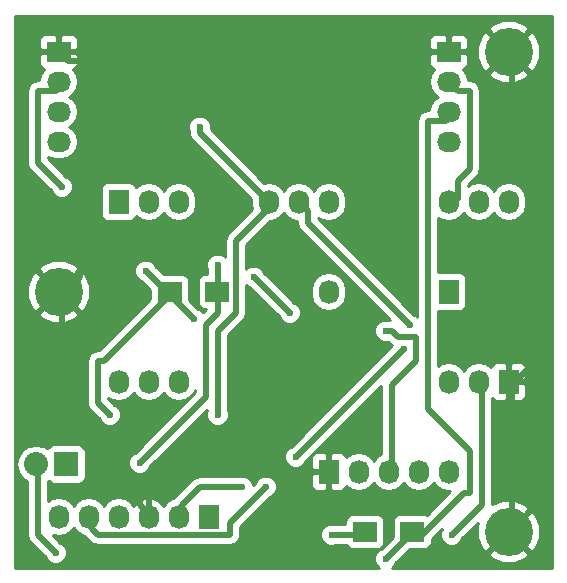
<source format=gtl>
G04 #@! TF.FileFunction,Copper,L1,Top,Signal*
%FSLAX46Y46*%
G04 Gerber Fmt 4.6, Leading zero omitted, Abs format (unit mm)*
G04 Created by KiCad (PCBNEW 4.0.1-stable) date 17/06/2016 16:01:18*
%MOMM*%
G01*
G04 APERTURE LIST*
%ADD10C,0.100000*%
%ADD11R,1.727200X2.032000*%
%ADD12O,1.727200X2.032000*%
%ADD13R,2.032000X1.727200*%
%ADD14O,2.032000X1.727200*%
%ADD15R,2.000000X1.700000*%
%ADD16C,4.064000*%
%ADD17R,2.032000X2.032000*%
%ADD18O,2.032000X2.032000*%
%ADD19C,0.600000*%
%ADD20C,0.500000*%
%ADD21C,0.254000*%
G04 APERTURE END LIST*
D10*
D11*
X43180000Y17145000D03*
D12*
X40640000Y17145000D03*
X38100000Y17145000D03*
X15240000Y17145000D03*
X12700000Y17145000D03*
X10160000Y17145000D03*
D11*
X38100000Y24765000D03*
D12*
X27940000Y24765000D03*
D11*
X10160000Y32385000D03*
D12*
X12700000Y32385000D03*
X15240000Y32385000D03*
X22860000Y32385000D03*
X25400000Y32385000D03*
X27940000Y32385000D03*
X38100000Y32385000D03*
X40640000Y32385000D03*
X43180000Y32385000D03*
D13*
X5080000Y45085000D03*
D14*
X5080000Y42545000D03*
X5080000Y40005000D03*
X5080000Y37465000D03*
D13*
X38100000Y45085000D03*
D14*
X38100000Y42545000D03*
X38100000Y40005000D03*
X38100000Y37465000D03*
D11*
X27940000Y9525000D03*
D12*
X30480000Y9525000D03*
X33020000Y9525000D03*
X35560000Y9525000D03*
X38100000Y9525000D03*
D15*
X14510000Y24765000D03*
X18510000Y24765000D03*
X31020000Y4445000D03*
X35020000Y4445000D03*
D16*
X43180000Y4445000D03*
X5080000Y24765000D03*
D11*
X17780000Y5715000D03*
D12*
X15240000Y5715000D03*
X12700000Y5715000D03*
X10160000Y5715000D03*
X7620000Y5715000D03*
X5080000Y5715000D03*
D16*
X43180000Y45085000D03*
D17*
X5715000Y10160000D03*
D18*
X3175000Y10160000D03*
D19*
X12446000Y26543000D03*
X5334000Y33655000D03*
X20574000Y8255000D03*
X28194000Y4191000D03*
X9398000Y14351000D03*
X16510000Y22479000D03*
X4826000Y2667000D03*
X32766000Y2159000D03*
X11938000Y10287000D03*
X18542000Y27051000D03*
X17018000Y38735000D03*
X18542000Y14351000D03*
X34798000Y21971000D03*
X21590000Y26035000D03*
X24638000Y22987000D03*
X32766000Y21463000D03*
X38354000Y4191000D03*
X34290000Y19939000D03*
X25146000Y10795000D03*
X22606000Y8255000D03*
D20*
X12700000Y5715000D02*
X12954000Y5715000D01*
X12954000Y5715000D02*
X11938000Y6731000D01*
X11938000Y6731000D02*
X11938000Y7239000D01*
X11938000Y7239000D02*
X5334000Y13843000D01*
X5334000Y13843000D02*
X5334000Y24511000D01*
X5334000Y24511000D02*
X5080000Y24765000D01*
X43180000Y17145000D02*
X43942000Y17399000D01*
X43942000Y17399000D02*
X44958000Y18415000D01*
X44958000Y18415000D02*
X44958000Y34163000D01*
X44958000Y34163000D02*
X43434000Y35687000D01*
X43434000Y35687000D02*
X43434000Y44831000D01*
X43434000Y44831000D02*
X43180000Y45085000D01*
X5080000Y24765000D02*
X5842000Y25019000D01*
X5842000Y25019000D02*
X6858000Y26035000D01*
X6858000Y26035000D02*
X6858000Y44323000D01*
X6858000Y44323000D02*
X5842000Y44323000D01*
X5842000Y44323000D02*
X5080000Y45085000D01*
X43180000Y17145000D02*
X43434000Y16891000D01*
X43434000Y16891000D02*
X43434000Y4191000D01*
X43434000Y4191000D02*
X43180000Y4445000D01*
X12700000Y5715000D02*
X12700000Y8636000D01*
X13589000Y9525000D02*
X27940000Y9525000D01*
X12700000Y8636000D02*
X13589000Y9525000D01*
X14510000Y24765000D02*
X14478000Y24511000D01*
X14478000Y24511000D02*
X12446000Y26543000D01*
X5334000Y33655000D02*
X3302000Y35687000D01*
X3302000Y35687000D02*
X3302000Y41783000D01*
X3302000Y41783000D02*
X4826000Y41783000D01*
X4826000Y41783000D02*
X5334000Y42291000D01*
X5334000Y42291000D02*
X5080000Y42545000D01*
X20574000Y8255000D02*
X17018000Y8255000D01*
X17018000Y8255000D02*
X15494000Y6731000D01*
X15494000Y6731000D02*
X15494000Y5715000D01*
X15494000Y5715000D02*
X15240000Y5715000D01*
X28194000Y4191000D02*
X31242000Y4191000D01*
X31242000Y4191000D02*
X31020000Y4445000D01*
X9398000Y14351000D02*
X8382000Y15367000D01*
X8382000Y15367000D02*
X8382000Y18923000D01*
X8382000Y18923000D02*
X8890000Y18923000D01*
X8890000Y18923000D02*
X14478000Y24511000D01*
X14478000Y24511000D02*
X14510000Y24765000D01*
X14510000Y24765000D02*
X14478000Y24511000D01*
X14478000Y24511000D02*
X16510000Y22479000D01*
X38100000Y32385000D02*
X38862000Y32639000D01*
X38862000Y32639000D02*
X38862000Y34163000D01*
X38862000Y34163000D02*
X39878000Y35179000D01*
X39878000Y35179000D02*
X39878000Y41783000D01*
X39878000Y41783000D02*
X38862000Y41783000D01*
X38862000Y41783000D02*
X38100000Y42545000D01*
X3175000Y10160000D02*
X3302000Y10287000D01*
X3302000Y10287000D02*
X3302000Y4191000D01*
X3302000Y4191000D02*
X4826000Y2667000D01*
X32766000Y2159000D02*
X34798000Y4191000D01*
X34798000Y4191000D02*
X35020000Y4445000D01*
X35020000Y4445000D02*
X34798000Y4191000D01*
X34798000Y4191000D02*
X35814000Y4191000D01*
X35814000Y4191000D02*
X39370000Y7747000D01*
X39370000Y7747000D02*
X39878000Y7747000D01*
X39878000Y7747000D02*
X39878000Y11303000D01*
X39878000Y11303000D02*
X36322000Y14859000D01*
X36322000Y14859000D02*
X36322000Y39243000D01*
X36322000Y39243000D02*
X37846000Y39243000D01*
X37846000Y39243000D02*
X38354000Y39751000D01*
X38354000Y39751000D02*
X38100000Y40005000D01*
X11938000Y10287000D02*
X17526000Y15875000D01*
X17526000Y15875000D02*
X17526000Y21971000D01*
X17526000Y21971000D02*
X18542000Y22987000D01*
X18542000Y22987000D02*
X18542000Y24511000D01*
X18542000Y24511000D02*
X18510000Y24765000D01*
X18510000Y24765000D02*
X18542000Y24511000D01*
X18542000Y24511000D02*
X18542000Y27051000D01*
X22860000Y32385000D02*
X17018000Y38227000D01*
X17018000Y38227000D02*
X17018000Y38735000D01*
X22860000Y32385000D02*
X22606000Y31623000D01*
X22606000Y31623000D02*
X20066000Y29083000D01*
X20066000Y29083000D02*
X20066000Y22987000D01*
X20066000Y22987000D02*
X18542000Y21463000D01*
X18542000Y21463000D02*
X18542000Y14351000D01*
X25400000Y32385000D02*
X26162000Y31623000D01*
X26162000Y31623000D02*
X26162000Y30607000D01*
X26162000Y30607000D02*
X34798000Y21971000D01*
X21590000Y26035000D02*
X24638000Y22987000D01*
X32766000Y21463000D02*
X33274000Y21463000D01*
X33274000Y21463000D02*
X33782000Y20955000D01*
X33782000Y20955000D02*
X35306000Y20955000D01*
X35306000Y20955000D02*
X35306000Y18923000D01*
X35306000Y18923000D02*
X33274000Y16891000D01*
X33274000Y16891000D02*
X33274000Y9271000D01*
X33274000Y9271000D02*
X33020000Y9525000D01*
X38354000Y4191000D02*
X40894000Y6731000D01*
X40894000Y6731000D02*
X40894000Y16891000D01*
X40894000Y16891000D02*
X40640000Y17145000D01*
X34290000Y19939000D02*
X25146000Y10795000D01*
X22606000Y8255000D02*
X19558000Y5207000D01*
X19558000Y5207000D02*
X19558000Y4191000D01*
X19558000Y4191000D02*
X8382000Y4191000D01*
X8382000Y4191000D02*
X7874000Y4699000D01*
X7874000Y4699000D02*
X7874000Y5715000D01*
X7874000Y5715000D02*
X7620000Y5715000D01*
D21*
G36*
X46863000Y1397000D02*
X33326114Y1397000D01*
X33558192Y1628673D01*
X33608566Y1749986D01*
X34806139Y2947560D01*
X36020000Y2947560D01*
X36255317Y2991838D01*
X36471441Y3130910D01*
X36616431Y3343110D01*
X36667440Y3595000D01*
X36667440Y3792860D01*
X37537595Y4663015D01*
X37419162Y4377799D01*
X37418838Y4005833D01*
X37560883Y3662057D01*
X37823673Y3398808D01*
X38167201Y3256162D01*
X38539167Y3255838D01*
X38882943Y3397883D01*
X39146192Y3660673D01*
X39196566Y3781986D01*
X40603885Y5189306D01*
X40509120Y4955612D01*
X40517025Y3894643D01*
X40907832Y2951154D01*
X41281879Y2726484D01*
X41580603Y3025208D01*
X41760051Y2845446D01*
X41461484Y2546879D01*
X41686154Y2172832D01*
X42669388Y1774120D01*
X43730357Y1782025D01*
X44673846Y2172832D01*
X44898516Y2546879D01*
X44599792Y2845603D01*
X44779554Y3025051D01*
X45078121Y2726484D01*
X45452168Y2951154D01*
X45850880Y3934388D01*
X45842975Y4995357D01*
X45452168Y5938846D01*
X45078121Y6163516D01*
X44779397Y5864792D01*
X44599949Y6044554D01*
X44898516Y6343121D01*
X44673846Y6717168D01*
X43690612Y7115880D01*
X42629643Y7107975D01*
X41779000Y6755626D01*
X41779000Y15768374D01*
X41956702Y15590673D01*
X42190091Y15494000D01*
X42894250Y15494000D01*
X43053000Y15652750D01*
X43053000Y17018000D01*
X43307000Y17018000D01*
X43307000Y15652750D01*
X43465750Y15494000D01*
X44169909Y15494000D01*
X44403298Y15590673D01*
X44581927Y15769301D01*
X44678600Y16002690D01*
X44678600Y16859250D01*
X44519850Y17018000D01*
X43307000Y17018000D01*
X43053000Y17018000D01*
X43033000Y17018000D01*
X43033000Y17272000D01*
X43053000Y17272000D01*
X43053000Y18637250D01*
X43307000Y18637250D01*
X43307000Y17272000D01*
X44519850Y17272000D01*
X44678600Y17430750D01*
X44678600Y18287310D01*
X44581927Y18520699D01*
X44403298Y18699327D01*
X44169909Y18796000D01*
X43465750Y18796000D01*
X43307000Y18637250D01*
X43053000Y18637250D01*
X42894250Y18796000D01*
X42190091Y18796000D01*
X41956702Y18699327D01*
X41778073Y18520699D01*
X41714500Y18367220D01*
X41699670Y18389415D01*
X41213489Y18714271D01*
X40640000Y18828345D01*
X40066511Y18714271D01*
X39580330Y18389415D01*
X39370000Y18074634D01*
X39159670Y18389415D01*
X38673489Y18714271D01*
X38100000Y18828345D01*
X37526511Y18714271D01*
X37207000Y18500780D01*
X37207000Y23107514D01*
X37236400Y23101560D01*
X38963600Y23101560D01*
X39198917Y23145838D01*
X39415041Y23284910D01*
X39560031Y23497110D01*
X39611040Y23749000D01*
X39611040Y25781000D01*
X39566762Y26016317D01*
X39427690Y26232441D01*
X39215490Y26377431D01*
X38963600Y26428440D01*
X37236400Y26428440D01*
X37207000Y26422908D01*
X37207000Y31029220D01*
X37526511Y30815729D01*
X38100000Y30701655D01*
X38673489Y30815729D01*
X39159670Y31140585D01*
X39370000Y31455366D01*
X39580330Y31140585D01*
X40066511Y30815729D01*
X40640000Y30701655D01*
X41213489Y30815729D01*
X41699670Y31140585D01*
X41910000Y31455366D01*
X42120330Y31140585D01*
X42606511Y30815729D01*
X43180000Y30701655D01*
X43753489Y30815729D01*
X44239670Y31140585D01*
X44564526Y31626766D01*
X44678600Y32200255D01*
X44678600Y32569745D01*
X44564526Y33143234D01*
X44239670Y33629415D01*
X43753489Y33954271D01*
X43180000Y34068345D01*
X42606511Y33954271D01*
X42120330Y33629415D01*
X41910000Y33314634D01*
X41699670Y33629415D01*
X41213489Y33954271D01*
X40640000Y34068345D01*
X40066511Y33954271D01*
X39747000Y33740780D01*
X39747000Y33796420D01*
X40503787Y34553208D01*
X40503790Y34553210D01*
X40695633Y34840325D01*
X40723542Y34980633D01*
X40763001Y35179000D01*
X40763000Y35179005D01*
X40763000Y41783000D01*
X40695633Y42121675D01*
X40503790Y42408790D01*
X40216675Y42600633D01*
X39878000Y42668000D01*
X39758879Y42668000D01*
X39669271Y43118489D01*
X39344415Y43604670D01*
X39322220Y43619500D01*
X39475699Y43683073D01*
X39654327Y43861702D01*
X39751000Y44095091D01*
X39751000Y44799250D01*
X39592250Y44958000D01*
X38227000Y44958000D01*
X38227000Y44938000D01*
X37973000Y44938000D01*
X37973000Y44958000D01*
X36607750Y44958000D01*
X36449000Y44799250D01*
X36449000Y44095091D01*
X36545673Y43861702D01*
X36724301Y43683073D01*
X36877780Y43619500D01*
X36855585Y43604670D01*
X36530729Y43118489D01*
X36416655Y42545000D01*
X36530729Y41971511D01*
X36855585Y41485330D01*
X37170366Y41275000D01*
X36855585Y41064670D01*
X36530729Y40578489D01*
X36441121Y40128000D01*
X36322000Y40128000D01*
X35983325Y40060633D01*
X35696210Y39868790D01*
X35504367Y39581675D01*
X35437000Y39243000D01*
X35437000Y22654329D01*
X35328327Y22763192D01*
X35207013Y22813566D01*
X27047000Y30973580D01*
X27047000Y31029220D01*
X27366511Y30815729D01*
X27940000Y30701655D01*
X28513489Y30815729D01*
X28999670Y31140585D01*
X29324526Y31626766D01*
X29438600Y32200255D01*
X29438600Y32569745D01*
X29324526Y33143234D01*
X28999670Y33629415D01*
X28513489Y33954271D01*
X27940000Y34068345D01*
X27366511Y33954271D01*
X26880330Y33629415D01*
X26670000Y33314634D01*
X26459670Y33629415D01*
X25973489Y33954271D01*
X25400000Y34068345D01*
X24826511Y33954271D01*
X24340330Y33629415D01*
X24130000Y33314634D01*
X23919670Y33629415D01*
X23433489Y33954271D01*
X22860000Y34068345D01*
X22499869Y33996710D01*
X17951530Y38545050D01*
X17952838Y38548201D01*
X17953162Y38920167D01*
X17811117Y39263943D01*
X17548327Y39527192D01*
X17204799Y39669838D01*
X16832833Y39670162D01*
X16489057Y39528117D01*
X16225808Y39265327D01*
X16083162Y38921799D01*
X16082838Y38549833D01*
X16133000Y38428431D01*
X16133000Y38227005D01*
X16132999Y38227000D01*
X16170497Y38038489D01*
X16200367Y37888325D01*
X16259492Y37799838D01*
X16392210Y37601210D01*
X21371732Y32621689D01*
X21361400Y32569745D01*
X21361400Y32200255D01*
X21456015Y31724594D01*
X19440210Y29708790D01*
X19248367Y29421675D01*
X19248367Y29421674D01*
X19180999Y29083000D01*
X19181000Y29082995D01*
X19181000Y27734329D01*
X19072327Y27843192D01*
X18728799Y27985838D01*
X18356833Y27986162D01*
X18013057Y27844117D01*
X17749808Y27581327D01*
X17607162Y27237799D01*
X17606838Y26865833D01*
X17657000Y26744431D01*
X17657000Y26262440D01*
X17510000Y26262440D01*
X17274683Y26218162D01*
X17058559Y26079090D01*
X16913569Y25866890D01*
X16862560Y25615000D01*
X16862560Y23915000D01*
X16906838Y23679683D01*
X17045910Y23463559D01*
X17258110Y23318569D01*
X17510000Y23267560D01*
X17570981Y23267560D01*
X17305528Y23002108D01*
X17303117Y23007943D01*
X17040327Y23271192D01*
X16919013Y23321566D01*
X16157440Y24083139D01*
X16157440Y25615000D01*
X16113162Y25850317D01*
X15974090Y26066441D01*
X15761890Y26211431D01*
X15510000Y26262440D01*
X13978140Y26262440D01*
X13288744Y26951836D01*
X13239117Y27071943D01*
X12976327Y27335192D01*
X12632799Y27477838D01*
X12260833Y27478162D01*
X11917057Y27336117D01*
X11653808Y27073327D01*
X11511162Y26729799D01*
X11510838Y26357833D01*
X11652883Y26014057D01*
X11915673Y25750808D01*
X12036986Y25700434D01*
X12862560Y24874861D01*
X12862560Y24147139D01*
X8523420Y19808000D01*
X8382000Y19808000D01*
X8043325Y19740633D01*
X7756210Y19548790D01*
X7564367Y19261675D01*
X7497000Y18923000D01*
X7497000Y15367005D01*
X7496999Y15367000D01*
X7530681Y15197674D01*
X7564367Y15028325D01*
X7663512Y14879943D01*
X7756210Y14741210D01*
X8555255Y13942165D01*
X8604883Y13822057D01*
X8867673Y13558808D01*
X9211201Y13416162D01*
X9583167Y13415838D01*
X9926943Y13557883D01*
X10190192Y13820673D01*
X10332838Y14164201D01*
X10333162Y14536167D01*
X10191117Y14879943D01*
X9928327Y15143192D01*
X9807013Y15193566D01*
X9267000Y15733580D01*
X9267000Y15789220D01*
X9586511Y15575729D01*
X10160000Y15461655D01*
X10733489Y15575729D01*
X11219670Y15900585D01*
X11430000Y16215366D01*
X11640330Y15900585D01*
X12126511Y15575729D01*
X12700000Y15461655D01*
X13273489Y15575729D01*
X13759670Y15900585D01*
X13970000Y16215366D01*
X14180330Y15900585D01*
X14666511Y15575729D01*
X15240000Y15461655D01*
X15813489Y15575729D01*
X16299670Y15900585D01*
X16624526Y16386766D01*
X16641000Y16469586D01*
X16641000Y16241579D01*
X11529164Y11129744D01*
X11409057Y11080117D01*
X11145808Y10817327D01*
X11003162Y10473799D01*
X11002838Y10101833D01*
X11144883Y9758057D01*
X11407673Y9494808D01*
X11751201Y9352162D01*
X12123167Y9351838D01*
X12466943Y9493883D01*
X12730192Y9756673D01*
X12780566Y9877986D01*
X17657000Y14754421D01*
X17657000Y14657822D01*
X17607162Y14537799D01*
X17606838Y14165833D01*
X17748883Y13822057D01*
X18011673Y13558808D01*
X18355201Y13416162D01*
X18727167Y13415838D01*
X19070943Y13557883D01*
X19334192Y13820673D01*
X19476838Y14164201D01*
X19477162Y14536167D01*
X19427000Y14657569D01*
X19427000Y21096420D01*
X20691787Y22361208D01*
X20691790Y22361210D01*
X20883633Y22648325D01*
X20951000Y22987000D01*
X20951000Y25351671D01*
X21059673Y25242808D01*
X21180986Y25192434D01*
X23795255Y22578166D01*
X23844883Y22458057D01*
X24107673Y22194808D01*
X24451201Y22052162D01*
X24823167Y22051838D01*
X25166943Y22193883D01*
X25430192Y22456673D01*
X25572838Y22800201D01*
X25573162Y23172167D01*
X25431117Y23515943D01*
X25168327Y23779192D01*
X25047013Y23829566D01*
X23926835Y24949745D01*
X26441400Y24949745D01*
X26441400Y24580255D01*
X26555474Y24006766D01*
X26880330Y23520585D01*
X27366511Y23195729D01*
X27940000Y23081655D01*
X28513489Y23195729D01*
X28999670Y23520585D01*
X29324526Y24006766D01*
X29438600Y24580255D01*
X29438600Y24949745D01*
X29324526Y25523234D01*
X28999670Y26009415D01*
X28513489Y26334271D01*
X27940000Y26448345D01*
X27366511Y26334271D01*
X26880330Y26009415D01*
X26555474Y25523234D01*
X26441400Y24949745D01*
X23926835Y24949745D01*
X22432744Y26443836D01*
X22383117Y26563943D01*
X22120327Y26827192D01*
X21776799Y26969838D01*
X21404833Y26970162D01*
X21061057Y26828117D01*
X20951000Y26718252D01*
X20951000Y28716420D01*
X22955163Y30720584D01*
X23433489Y30815729D01*
X23919670Y31140585D01*
X24130000Y31455366D01*
X24340330Y31140585D01*
X24826511Y30815729D01*
X25277000Y30726121D01*
X25277000Y30607005D01*
X25276999Y30607000D01*
X25333190Y30324516D01*
X25344367Y30268325D01*
X25536210Y29981210D01*
X33169421Y22348000D01*
X33072822Y22348000D01*
X32952799Y22397838D01*
X32580833Y22398162D01*
X32237057Y22256117D01*
X31973808Y21993327D01*
X31831162Y21649799D01*
X31830838Y21277833D01*
X31972883Y20934057D01*
X32235673Y20670808D01*
X32579201Y20528162D01*
X32951167Y20527838D01*
X32955707Y20529714D01*
X33156208Y20329213D01*
X33156210Y20329210D01*
X33319515Y20220094D01*
X24737164Y11637744D01*
X24617057Y11588117D01*
X24353808Y11325327D01*
X24211162Y10981799D01*
X24210838Y10609833D01*
X24352883Y10266057D01*
X24615673Y10002808D01*
X24959201Y9860162D01*
X25331167Y9859838D01*
X25674943Y10001883D01*
X25938192Y10264673D01*
X25988566Y10385986D01*
X26269889Y10667310D01*
X26441400Y10667310D01*
X26441400Y9810750D01*
X26600150Y9652000D01*
X27813000Y9652000D01*
X27813000Y11017250D01*
X27654250Y11176000D01*
X26950091Y11176000D01*
X26716702Y11079327D01*
X26538073Y10900699D01*
X26441400Y10667310D01*
X26269889Y10667310D01*
X32389000Y16786421D01*
X32389000Y11055843D01*
X31960330Y10769415D01*
X31750000Y10454634D01*
X31539670Y10769415D01*
X31053489Y11094271D01*
X30480000Y11208345D01*
X29906511Y11094271D01*
X29420330Y10769415D01*
X29405500Y10747220D01*
X29341927Y10900699D01*
X29163298Y11079327D01*
X28929909Y11176000D01*
X28225750Y11176000D01*
X28067000Y11017250D01*
X28067000Y9652000D01*
X28087000Y9652000D01*
X28087000Y9398000D01*
X28067000Y9398000D01*
X28067000Y8032750D01*
X28225750Y7874000D01*
X28929909Y7874000D01*
X29163298Y7970673D01*
X29341927Y8149301D01*
X29405500Y8302780D01*
X29420330Y8280585D01*
X29906511Y7955729D01*
X30480000Y7841655D01*
X31053489Y7955729D01*
X31539670Y8280585D01*
X31750000Y8595366D01*
X31960330Y8280585D01*
X32446511Y7955729D01*
X33020000Y7841655D01*
X33593489Y7955729D01*
X34079670Y8280585D01*
X34290000Y8595366D01*
X34500330Y8280585D01*
X34986511Y7955729D01*
X35560000Y7841655D01*
X36133489Y7955729D01*
X36619670Y8280585D01*
X36830000Y8595366D01*
X37040330Y8280585D01*
X37526511Y7955729D01*
X38100000Y7841655D01*
X38241153Y7869732D01*
X36264373Y5892953D01*
X36020000Y5942440D01*
X34020000Y5942440D01*
X33784683Y5898162D01*
X33568559Y5759090D01*
X33423569Y5546890D01*
X33372560Y5295000D01*
X33372560Y4017139D01*
X32357164Y3001744D01*
X32237057Y2952117D01*
X31973808Y2689327D01*
X31831162Y2345799D01*
X31830838Y1973833D01*
X31972883Y1630057D01*
X32205534Y1397000D01*
X1397000Y1397000D01*
X1397000Y10160000D01*
X1491655Y10160000D01*
X1617330Y9528190D01*
X1975222Y8992567D01*
X2417000Y8697380D01*
X2417000Y4191005D01*
X2416999Y4191000D01*
X2473190Y3908516D01*
X2484367Y3852325D01*
X2612424Y3660673D01*
X2676210Y3565210D01*
X3983255Y2258166D01*
X4032883Y2138057D01*
X4295673Y1874808D01*
X4639201Y1732162D01*
X5011167Y1731838D01*
X5354943Y1873883D01*
X5618192Y2136673D01*
X5760838Y2480201D01*
X5761162Y2852167D01*
X5619117Y3195943D01*
X5356327Y3459192D01*
X5235013Y3509566D01*
X4621779Y4122801D01*
X5080000Y4031655D01*
X5653489Y4145729D01*
X6139670Y4470585D01*
X6350000Y4785366D01*
X6560330Y4470585D01*
X7046511Y4145729D01*
X7223244Y4110575D01*
X7248210Y4073210D01*
X7756208Y3565213D01*
X7756210Y3565210D01*
X8005250Y3398808D01*
X8043325Y3373367D01*
X8382000Y3306000D01*
X19558000Y3306000D01*
X19896675Y3373367D01*
X20183790Y3565210D01*
X20375633Y3852325D01*
X20406167Y4005833D01*
X27258838Y4005833D01*
X27400883Y3662057D01*
X27663673Y3398808D01*
X28007201Y3256162D01*
X28379167Y3255838D01*
X28500569Y3306000D01*
X29451382Y3306000D01*
X29555910Y3143559D01*
X29768110Y2998569D01*
X30020000Y2947560D01*
X32020000Y2947560D01*
X32255317Y2991838D01*
X32471441Y3130910D01*
X32616431Y3343110D01*
X32667440Y3595000D01*
X32667440Y5295000D01*
X32623162Y5530317D01*
X32484090Y5746441D01*
X32271890Y5891431D01*
X32020000Y5942440D01*
X30020000Y5942440D01*
X29784683Y5898162D01*
X29568559Y5759090D01*
X29423569Y5546890D01*
X29372560Y5295000D01*
X29372560Y5076000D01*
X28500822Y5076000D01*
X28380799Y5125838D01*
X28008833Y5126162D01*
X27665057Y4984117D01*
X27401808Y4721327D01*
X27259162Y4377799D01*
X27258838Y4005833D01*
X20406167Y4005833D01*
X20443000Y4191000D01*
X20443000Y4840420D01*
X23014834Y7412255D01*
X23134943Y7461883D01*
X23398192Y7724673D01*
X23540838Y8068201D01*
X23541162Y8440167D01*
X23399117Y8783943D01*
X23136327Y9047192D01*
X22792799Y9189838D01*
X22420833Y9190162D01*
X22077057Y9048117D01*
X21813808Y8785327D01*
X21763434Y8664013D01*
X21509135Y8409715D01*
X21509162Y8440167D01*
X21367117Y8783943D01*
X21104327Y9047192D01*
X20760799Y9189838D01*
X20388833Y9190162D01*
X20267431Y9140000D01*
X17018000Y9140000D01*
X16679325Y9072633D01*
X16392210Y8880790D01*
X16392208Y8880787D01*
X14868210Y7356790D01*
X14843244Y7319425D01*
X14666511Y7284271D01*
X14180330Y6959415D01*
X13973539Y6649931D01*
X13602036Y7065732D01*
X13074791Y7319709D01*
X13059026Y7322358D01*
X12827000Y7201217D01*
X12827000Y5842000D01*
X12847000Y5842000D01*
X12847000Y5588000D01*
X12827000Y5588000D01*
X12827000Y5568000D01*
X12573000Y5568000D01*
X12573000Y5588000D01*
X12553000Y5588000D01*
X12553000Y5842000D01*
X12573000Y5842000D01*
X12573000Y7201217D01*
X12340974Y7322358D01*
X12325209Y7319709D01*
X11797964Y7065732D01*
X11426461Y6649931D01*
X11219670Y6959415D01*
X10733489Y7284271D01*
X10160000Y7398345D01*
X9586511Y7284271D01*
X9100330Y6959415D01*
X8890000Y6644634D01*
X8679670Y6959415D01*
X8193489Y7284271D01*
X7620000Y7398345D01*
X7046511Y7284271D01*
X6560330Y6959415D01*
X6350000Y6644634D01*
X6139670Y6959415D01*
X5653489Y7284271D01*
X5080000Y7398345D01*
X4506511Y7284271D01*
X4187000Y7070780D01*
X4187000Y8767013D01*
X4234910Y8692559D01*
X4447110Y8547569D01*
X4699000Y8496560D01*
X6731000Y8496560D01*
X6966317Y8540838D01*
X7182441Y8679910D01*
X7327431Y8892110D01*
X7378440Y9144000D01*
X7378440Y9239250D01*
X26441400Y9239250D01*
X26441400Y8382690D01*
X26538073Y8149301D01*
X26716702Y7970673D01*
X26950091Y7874000D01*
X27654250Y7874000D01*
X27813000Y8032750D01*
X27813000Y9398000D01*
X26600150Y9398000D01*
X26441400Y9239250D01*
X7378440Y9239250D01*
X7378440Y11176000D01*
X7334162Y11411317D01*
X7195090Y11627441D01*
X6982890Y11772431D01*
X6731000Y11823440D01*
X4699000Y11823440D01*
X4463683Y11779162D01*
X4247559Y11640090D01*
X4140767Y11483794D01*
X3839155Y11685325D01*
X3207345Y11811000D01*
X3142655Y11811000D01*
X2510845Y11685325D01*
X1975222Y11327433D01*
X1617330Y10791810D01*
X1491655Y10160000D01*
X1397000Y10160000D01*
X1397000Y25275612D01*
X2409120Y25275612D01*
X2417025Y24214643D01*
X2807832Y23271154D01*
X3181879Y23046484D01*
X3480603Y23345208D01*
X3660051Y23165446D01*
X3361484Y22866879D01*
X3586154Y22492832D01*
X4569388Y22094120D01*
X5630357Y22102025D01*
X6573846Y22492832D01*
X6798516Y22866879D01*
X6499792Y23165603D01*
X6679554Y23345051D01*
X6978121Y23046484D01*
X7352168Y23271154D01*
X7750880Y24254388D01*
X7742975Y25315357D01*
X7352168Y26258846D01*
X6978121Y26483516D01*
X6679397Y26184792D01*
X6499949Y26364554D01*
X6798516Y26663121D01*
X6573846Y27037168D01*
X5590612Y27435880D01*
X4529643Y27427975D01*
X3586154Y27037168D01*
X3361484Y26663121D01*
X3660208Y26364397D01*
X3480446Y26184949D01*
X3181879Y26483516D01*
X2807832Y26258846D01*
X2409120Y25275612D01*
X1397000Y25275612D01*
X1397000Y35687000D01*
X2416999Y35687000D01*
X2450681Y35517674D01*
X2484367Y35348325D01*
X2597506Y35179000D01*
X2676210Y35061210D01*
X4491255Y33246166D01*
X4540883Y33126057D01*
X4803673Y32862808D01*
X5147201Y32720162D01*
X5519167Y32719838D01*
X5862943Y32861883D01*
X6126192Y33124673D01*
X6240933Y33401000D01*
X8648960Y33401000D01*
X8648960Y31369000D01*
X8693238Y31133683D01*
X8832310Y30917559D01*
X9044510Y30772569D01*
X9296400Y30721560D01*
X11023600Y30721560D01*
X11258917Y30765838D01*
X11475041Y30904910D01*
X11620031Y31117110D01*
X11628400Y31158439D01*
X11640330Y31140585D01*
X12126511Y30815729D01*
X12700000Y30701655D01*
X13273489Y30815729D01*
X13759670Y31140585D01*
X13970000Y31455366D01*
X14180330Y31140585D01*
X14666511Y30815729D01*
X15240000Y30701655D01*
X15813489Y30815729D01*
X16299670Y31140585D01*
X16624526Y31626766D01*
X16738600Y32200255D01*
X16738600Y32569745D01*
X16624526Y33143234D01*
X16299670Y33629415D01*
X15813489Y33954271D01*
X15240000Y34068345D01*
X14666511Y33954271D01*
X14180330Y33629415D01*
X13970000Y33314634D01*
X13759670Y33629415D01*
X13273489Y33954271D01*
X12700000Y34068345D01*
X12126511Y33954271D01*
X11640330Y33629415D01*
X11630757Y33615087D01*
X11626762Y33636317D01*
X11487690Y33852441D01*
X11275490Y33997431D01*
X11023600Y34048440D01*
X9296400Y34048440D01*
X9061083Y34004162D01*
X8844959Y33865090D01*
X8699969Y33652890D01*
X8648960Y33401000D01*
X6240933Y33401000D01*
X6268838Y33468201D01*
X6269162Y33840167D01*
X6127117Y34183943D01*
X5864327Y34447192D01*
X5743013Y34497566D01*
X4187000Y36053580D01*
X4187000Y36170522D01*
X4321766Y36080474D01*
X4895255Y35966400D01*
X5264745Y35966400D01*
X5838234Y36080474D01*
X6324415Y36405330D01*
X6649271Y36891511D01*
X6763345Y37465000D01*
X6649271Y38038489D01*
X6324415Y38524670D01*
X6009634Y38735000D01*
X6324415Y38945330D01*
X6649271Y39431511D01*
X6763345Y40005000D01*
X6649271Y40578489D01*
X6324415Y41064670D01*
X6009634Y41275000D01*
X6324415Y41485330D01*
X6649271Y41971511D01*
X6763345Y42545000D01*
X6649271Y43118489D01*
X6324415Y43604670D01*
X6302220Y43619500D01*
X6455699Y43683073D01*
X6634327Y43861702D01*
X6731000Y44095091D01*
X6731000Y44799250D01*
X6572250Y44958000D01*
X5207000Y44958000D01*
X5207000Y44938000D01*
X4953000Y44938000D01*
X4953000Y44958000D01*
X3587750Y44958000D01*
X3429000Y44799250D01*
X3429000Y44095091D01*
X3525673Y43861702D01*
X3704301Y43683073D01*
X3857780Y43619500D01*
X3835585Y43604670D01*
X3510729Y43118489D01*
X3421121Y42668000D01*
X3302000Y42668000D01*
X2963325Y42600633D01*
X2676210Y42408790D01*
X2484367Y42121675D01*
X2417000Y41783000D01*
X2417000Y35687005D01*
X2416999Y35687000D01*
X1397000Y35687000D01*
X1397000Y46074909D01*
X3429000Y46074909D01*
X3429000Y45370750D01*
X3587750Y45212000D01*
X4953000Y45212000D01*
X4953000Y46424850D01*
X5207000Y46424850D01*
X5207000Y45212000D01*
X6572250Y45212000D01*
X6731000Y45370750D01*
X6731000Y46074909D01*
X36449000Y46074909D01*
X36449000Y45370750D01*
X36607750Y45212000D01*
X37973000Y45212000D01*
X37973000Y46424850D01*
X38227000Y46424850D01*
X38227000Y45212000D01*
X39592250Y45212000D01*
X39751000Y45370750D01*
X39751000Y45595612D01*
X40509120Y45595612D01*
X40517025Y44534643D01*
X40907832Y43591154D01*
X41281879Y43366484D01*
X41580603Y43665208D01*
X41760051Y43485446D01*
X41461484Y43186879D01*
X41686154Y42812832D01*
X42669388Y42414120D01*
X43730357Y42422025D01*
X44673846Y42812832D01*
X44898516Y43186879D01*
X44599792Y43485603D01*
X44779554Y43665051D01*
X45078121Y43366484D01*
X45452168Y43591154D01*
X45850880Y44574388D01*
X45842975Y45635357D01*
X45452168Y46578846D01*
X45078121Y46803516D01*
X44779397Y46504792D01*
X44599949Y46684554D01*
X44898516Y46983121D01*
X44673846Y47357168D01*
X43690612Y47755880D01*
X42629643Y47747975D01*
X41686154Y47357168D01*
X41461484Y46983121D01*
X41760208Y46684397D01*
X41580446Y46504949D01*
X41281879Y46803516D01*
X40907832Y46578846D01*
X40509120Y45595612D01*
X39751000Y45595612D01*
X39751000Y46074909D01*
X39654327Y46308298D01*
X39475699Y46486927D01*
X39242310Y46583600D01*
X38385750Y46583600D01*
X38227000Y46424850D01*
X37973000Y46424850D01*
X37814250Y46583600D01*
X36957690Y46583600D01*
X36724301Y46486927D01*
X36545673Y46308298D01*
X36449000Y46074909D01*
X6731000Y46074909D01*
X6634327Y46308298D01*
X6455699Y46486927D01*
X6222310Y46583600D01*
X5365750Y46583600D01*
X5207000Y46424850D01*
X4953000Y46424850D01*
X4794250Y46583600D01*
X3937690Y46583600D01*
X3704301Y46486927D01*
X3525673Y46308298D01*
X3429000Y46074909D01*
X1397000Y46074909D01*
X1397000Y48133000D01*
X46863000Y48133000D01*
X46863000Y1397000D01*
X46863000Y1397000D01*
G37*
X46863000Y1397000D02*
X33326114Y1397000D01*
X33558192Y1628673D01*
X33608566Y1749986D01*
X34806139Y2947560D01*
X36020000Y2947560D01*
X36255317Y2991838D01*
X36471441Y3130910D01*
X36616431Y3343110D01*
X36667440Y3595000D01*
X36667440Y3792860D01*
X37537595Y4663015D01*
X37419162Y4377799D01*
X37418838Y4005833D01*
X37560883Y3662057D01*
X37823673Y3398808D01*
X38167201Y3256162D01*
X38539167Y3255838D01*
X38882943Y3397883D01*
X39146192Y3660673D01*
X39196566Y3781986D01*
X40603885Y5189306D01*
X40509120Y4955612D01*
X40517025Y3894643D01*
X40907832Y2951154D01*
X41281879Y2726484D01*
X41580603Y3025208D01*
X41760051Y2845446D01*
X41461484Y2546879D01*
X41686154Y2172832D01*
X42669388Y1774120D01*
X43730357Y1782025D01*
X44673846Y2172832D01*
X44898516Y2546879D01*
X44599792Y2845603D01*
X44779554Y3025051D01*
X45078121Y2726484D01*
X45452168Y2951154D01*
X45850880Y3934388D01*
X45842975Y4995357D01*
X45452168Y5938846D01*
X45078121Y6163516D01*
X44779397Y5864792D01*
X44599949Y6044554D01*
X44898516Y6343121D01*
X44673846Y6717168D01*
X43690612Y7115880D01*
X42629643Y7107975D01*
X41779000Y6755626D01*
X41779000Y15768374D01*
X41956702Y15590673D01*
X42190091Y15494000D01*
X42894250Y15494000D01*
X43053000Y15652750D01*
X43053000Y17018000D01*
X43307000Y17018000D01*
X43307000Y15652750D01*
X43465750Y15494000D01*
X44169909Y15494000D01*
X44403298Y15590673D01*
X44581927Y15769301D01*
X44678600Y16002690D01*
X44678600Y16859250D01*
X44519850Y17018000D01*
X43307000Y17018000D01*
X43053000Y17018000D01*
X43033000Y17018000D01*
X43033000Y17272000D01*
X43053000Y17272000D01*
X43053000Y18637250D01*
X43307000Y18637250D01*
X43307000Y17272000D01*
X44519850Y17272000D01*
X44678600Y17430750D01*
X44678600Y18287310D01*
X44581927Y18520699D01*
X44403298Y18699327D01*
X44169909Y18796000D01*
X43465750Y18796000D01*
X43307000Y18637250D01*
X43053000Y18637250D01*
X42894250Y18796000D01*
X42190091Y18796000D01*
X41956702Y18699327D01*
X41778073Y18520699D01*
X41714500Y18367220D01*
X41699670Y18389415D01*
X41213489Y18714271D01*
X40640000Y18828345D01*
X40066511Y18714271D01*
X39580330Y18389415D01*
X39370000Y18074634D01*
X39159670Y18389415D01*
X38673489Y18714271D01*
X38100000Y18828345D01*
X37526511Y18714271D01*
X37207000Y18500780D01*
X37207000Y23107514D01*
X37236400Y23101560D01*
X38963600Y23101560D01*
X39198917Y23145838D01*
X39415041Y23284910D01*
X39560031Y23497110D01*
X39611040Y23749000D01*
X39611040Y25781000D01*
X39566762Y26016317D01*
X39427690Y26232441D01*
X39215490Y26377431D01*
X38963600Y26428440D01*
X37236400Y26428440D01*
X37207000Y26422908D01*
X37207000Y31029220D01*
X37526511Y30815729D01*
X38100000Y30701655D01*
X38673489Y30815729D01*
X39159670Y31140585D01*
X39370000Y31455366D01*
X39580330Y31140585D01*
X40066511Y30815729D01*
X40640000Y30701655D01*
X41213489Y30815729D01*
X41699670Y31140585D01*
X41910000Y31455366D01*
X42120330Y31140585D01*
X42606511Y30815729D01*
X43180000Y30701655D01*
X43753489Y30815729D01*
X44239670Y31140585D01*
X44564526Y31626766D01*
X44678600Y32200255D01*
X44678600Y32569745D01*
X44564526Y33143234D01*
X44239670Y33629415D01*
X43753489Y33954271D01*
X43180000Y34068345D01*
X42606511Y33954271D01*
X42120330Y33629415D01*
X41910000Y33314634D01*
X41699670Y33629415D01*
X41213489Y33954271D01*
X40640000Y34068345D01*
X40066511Y33954271D01*
X39747000Y33740780D01*
X39747000Y33796420D01*
X40503787Y34553208D01*
X40503790Y34553210D01*
X40695633Y34840325D01*
X40723542Y34980633D01*
X40763001Y35179000D01*
X40763000Y35179005D01*
X40763000Y41783000D01*
X40695633Y42121675D01*
X40503790Y42408790D01*
X40216675Y42600633D01*
X39878000Y42668000D01*
X39758879Y42668000D01*
X39669271Y43118489D01*
X39344415Y43604670D01*
X39322220Y43619500D01*
X39475699Y43683073D01*
X39654327Y43861702D01*
X39751000Y44095091D01*
X39751000Y44799250D01*
X39592250Y44958000D01*
X38227000Y44958000D01*
X38227000Y44938000D01*
X37973000Y44938000D01*
X37973000Y44958000D01*
X36607750Y44958000D01*
X36449000Y44799250D01*
X36449000Y44095091D01*
X36545673Y43861702D01*
X36724301Y43683073D01*
X36877780Y43619500D01*
X36855585Y43604670D01*
X36530729Y43118489D01*
X36416655Y42545000D01*
X36530729Y41971511D01*
X36855585Y41485330D01*
X37170366Y41275000D01*
X36855585Y41064670D01*
X36530729Y40578489D01*
X36441121Y40128000D01*
X36322000Y40128000D01*
X35983325Y40060633D01*
X35696210Y39868790D01*
X35504367Y39581675D01*
X35437000Y39243000D01*
X35437000Y22654329D01*
X35328327Y22763192D01*
X35207013Y22813566D01*
X27047000Y30973580D01*
X27047000Y31029220D01*
X27366511Y30815729D01*
X27940000Y30701655D01*
X28513489Y30815729D01*
X28999670Y31140585D01*
X29324526Y31626766D01*
X29438600Y32200255D01*
X29438600Y32569745D01*
X29324526Y33143234D01*
X28999670Y33629415D01*
X28513489Y33954271D01*
X27940000Y34068345D01*
X27366511Y33954271D01*
X26880330Y33629415D01*
X26670000Y33314634D01*
X26459670Y33629415D01*
X25973489Y33954271D01*
X25400000Y34068345D01*
X24826511Y33954271D01*
X24340330Y33629415D01*
X24130000Y33314634D01*
X23919670Y33629415D01*
X23433489Y33954271D01*
X22860000Y34068345D01*
X22499869Y33996710D01*
X17951530Y38545050D01*
X17952838Y38548201D01*
X17953162Y38920167D01*
X17811117Y39263943D01*
X17548327Y39527192D01*
X17204799Y39669838D01*
X16832833Y39670162D01*
X16489057Y39528117D01*
X16225808Y39265327D01*
X16083162Y38921799D01*
X16082838Y38549833D01*
X16133000Y38428431D01*
X16133000Y38227005D01*
X16132999Y38227000D01*
X16170497Y38038489D01*
X16200367Y37888325D01*
X16259492Y37799838D01*
X16392210Y37601210D01*
X21371732Y32621689D01*
X21361400Y32569745D01*
X21361400Y32200255D01*
X21456015Y31724594D01*
X19440210Y29708790D01*
X19248367Y29421675D01*
X19248367Y29421674D01*
X19180999Y29083000D01*
X19181000Y29082995D01*
X19181000Y27734329D01*
X19072327Y27843192D01*
X18728799Y27985838D01*
X18356833Y27986162D01*
X18013057Y27844117D01*
X17749808Y27581327D01*
X17607162Y27237799D01*
X17606838Y26865833D01*
X17657000Y26744431D01*
X17657000Y26262440D01*
X17510000Y26262440D01*
X17274683Y26218162D01*
X17058559Y26079090D01*
X16913569Y25866890D01*
X16862560Y25615000D01*
X16862560Y23915000D01*
X16906838Y23679683D01*
X17045910Y23463559D01*
X17258110Y23318569D01*
X17510000Y23267560D01*
X17570981Y23267560D01*
X17305528Y23002108D01*
X17303117Y23007943D01*
X17040327Y23271192D01*
X16919013Y23321566D01*
X16157440Y24083139D01*
X16157440Y25615000D01*
X16113162Y25850317D01*
X15974090Y26066441D01*
X15761890Y26211431D01*
X15510000Y26262440D01*
X13978140Y26262440D01*
X13288744Y26951836D01*
X13239117Y27071943D01*
X12976327Y27335192D01*
X12632799Y27477838D01*
X12260833Y27478162D01*
X11917057Y27336117D01*
X11653808Y27073327D01*
X11511162Y26729799D01*
X11510838Y26357833D01*
X11652883Y26014057D01*
X11915673Y25750808D01*
X12036986Y25700434D01*
X12862560Y24874861D01*
X12862560Y24147139D01*
X8523420Y19808000D01*
X8382000Y19808000D01*
X8043325Y19740633D01*
X7756210Y19548790D01*
X7564367Y19261675D01*
X7497000Y18923000D01*
X7497000Y15367005D01*
X7496999Y15367000D01*
X7530681Y15197674D01*
X7564367Y15028325D01*
X7663512Y14879943D01*
X7756210Y14741210D01*
X8555255Y13942165D01*
X8604883Y13822057D01*
X8867673Y13558808D01*
X9211201Y13416162D01*
X9583167Y13415838D01*
X9926943Y13557883D01*
X10190192Y13820673D01*
X10332838Y14164201D01*
X10333162Y14536167D01*
X10191117Y14879943D01*
X9928327Y15143192D01*
X9807013Y15193566D01*
X9267000Y15733580D01*
X9267000Y15789220D01*
X9586511Y15575729D01*
X10160000Y15461655D01*
X10733489Y15575729D01*
X11219670Y15900585D01*
X11430000Y16215366D01*
X11640330Y15900585D01*
X12126511Y15575729D01*
X12700000Y15461655D01*
X13273489Y15575729D01*
X13759670Y15900585D01*
X13970000Y16215366D01*
X14180330Y15900585D01*
X14666511Y15575729D01*
X15240000Y15461655D01*
X15813489Y15575729D01*
X16299670Y15900585D01*
X16624526Y16386766D01*
X16641000Y16469586D01*
X16641000Y16241579D01*
X11529164Y11129744D01*
X11409057Y11080117D01*
X11145808Y10817327D01*
X11003162Y10473799D01*
X11002838Y10101833D01*
X11144883Y9758057D01*
X11407673Y9494808D01*
X11751201Y9352162D01*
X12123167Y9351838D01*
X12466943Y9493883D01*
X12730192Y9756673D01*
X12780566Y9877986D01*
X17657000Y14754421D01*
X17657000Y14657822D01*
X17607162Y14537799D01*
X17606838Y14165833D01*
X17748883Y13822057D01*
X18011673Y13558808D01*
X18355201Y13416162D01*
X18727167Y13415838D01*
X19070943Y13557883D01*
X19334192Y13820673D01*
X19476838Y14164201D01*
X19477162Y14536167D01*
X19427000Y14657569D01*
X19427000Y21096420D01*
X20691787Y22361208D01*
X20691790Y22361210D01*
X20883633Y22648325D01*
X20951000Y22987000D01*
X20951000Y25351671D01*
X21059673Y25242808D01*
X21180986Y25192434D01*
X23795255Y22578166D01*
X23844883Y22458057D01*
X24107673Y22194808D01*
X24451201Y22052162D01*
X24823167Y22051838D01*
X25166943Y22193883D01*
X25430192Y22456673D01*
X25572838Y22800201D01*
X25573162Y23172167D01*
X25431117Y23515943D01*
X25168327Y23779192D01*
X25047013Y23829566D01*
X23926835Y24949745D01*
X26441400Y24949745D01*
X26441400Y24580255D01*
X26555474Y24006766D01*
X26880330Y23520585D01*
X27366511Y23195729D01*
X27940000Y23081655D01*
X28513489Y23195729D01*
X28999670Y23520585D01*
X29324526Y24006766D01*
X29438600Y24580255D01*
X29438600Y24949745D01*
X29324526Y25523234D01*
X28999670Y26009415D01*
X28513489Y26334271D01*
X27940000Y26448345D01*
X27366511Y26334271D01*
X26880330Y26009415D01*
X26555474Y25523234D01*
X26441400Y24949745D01*
X23926835Y24949745D01*
X22432744Y26443836D01*
X22383117Y26563943D01*
X22120327Y26827192D01*
X21776799Y26969838D01*
X21404833Y26970162D01*
X21061057Y26828117D01*
X20951000Y26718252D01*
X20951000Y28716420D01*
X22955163Y30720584D01*
X23433489Y30815729D01*
X23919670Y31140585D01*
X24130000Y31455366D01*
X24340330Y31140585D01*
X24826511Y30815729D01*
X25277000Y30726121D01*
X25277000Y30607005D01*
X25276999Y30607000D01*
X25333190Y30324516D01*
X25344367Y30268325D01*
X25536210Y29981210D01*
X33169421Y22348000D01*
X33072822Y22348000D01*
X32952799Y22397838D01*
X32580833Y22398162D01*
X32237057Y22256117D01*
X31973808Y21993327D01*
X31831162Y21649799D01*
X31830838Y21277833D01*
X31972883Y20934057D01*
X32235673Y20670808D01*
X32579201Y20528162D01*
X32951167Y20527838D01*
X32955707Y20529714D01*
X33156208Y20329213D01*
X33156210Y20329210D01*
X33319515Y20220094D01*
X24737164Y11637744D01*
X24617057Y11588117D01*
X24353808Y11325327D01*
X24211162Y10981799D01*
X24210838Y10609833D01*
X24352883Y10266057D01*
X24615673Y10002808D01*
X24959201Y9860162D01*
X25331167Y9859838D01*
X25674943Y10001883D01*
X25938192Y10264673D01*
X25988566Y10385986D01*
X26269889Y10667310D01*
X26441400Y10667310D01*
X26441400Y9810750D01*
X26600150Y9652000D01*
X27813000Y9652000D01*
X27813000Y11017250D01*
X27654250Y11176000D01*
X26950091Y11176000D01*
X26716702Y11079327D01*
X26538073Y10900699D01*
X26441400Y10667310D01*
X26269889Y10667310D01*
X32389000Y16786421D01*
X32389000Y11055843D01*
X31960330Y10769415D01*
X31750000Y10454634D01*
X31539670Y10769415D01*
X31053489Y11094271D01*
X30480000Y11208345D01*
X29906511Y11094271D01*
X29420330Y10769415D01*
X29405500Y10747220D01*
X29341927Y10900699D01*
X29163298Y11079327D01*
X28929909Y11176000D01*
X28225750Y11176000D01*
X28067000Y11017250D01*
X28067000Y9652000D01*
X28087000Y9652000D01*
X28087000Y9398000D01*
X28067000Y9398000D01*
X28067000Y8032750D01*
X28225750Y7874000D01*
X28929909Y7874000D01*
X29163298Y7970673D01*
X29341927Y8149301D01*
X29405500Y8302780D01*
X29420330Y8280585D01*
X29906511Y7955729D01*
X30480000Y7841655D01*
X31053489Y7955729D01*
X31539670Y8280585D01*
X31750000Y8595366D01*
X31960330Y8280585D01*
X32446511Y7955729D01*
X33020000Y7841655D01*
X33593489Y7955729D01*
X34079670Y8280585D01*
X34290000Y8595366D01*
X34500330Y8280585D01*
X34986511Y7955729D01*
X35560000Y7841655D01*
X36133489Y7955729D01*
X36619670Y8280585D01*
X36830000Y8595366D01*
X37040330Y8280585D01*
X37526511Y7955729D01*
X38100000Y7841655D01*
X38241153Y7869732D01*
X36264373Y5892953D01*
X36020000Y5942440D01*
X34020000Y5942440D01*
X33784683Y5898162D01*
X33568559Y5759090D01*
X33423569Y5546890D01*
X33372560Y5295000D01*
X33372560Y4017139D01*
X32357164Y3001744D01*
X32237057Y2952117D01*
X31973808Y2689327D01*
X31831162Y2345799D01*
X31830838Y1973833D01*
X31972883Y1630057D01*
X32205534Y1397000D01*
X1397000Y1397000D01*
X1397000Y10160000D01*
X1491655Y10160000D01*
X1617330Y9528190D01*
X1975222Y8992567D01*
X2417000Y8697380D01*
X2417000Y4191005D01*
X2416999Y4191000D01*
X2473190Y3908516D01*
X2484367Y3852325D01*
X2612424Y3660673D01*
X2676210Y3565210D01*
X3983255Y2258166D01*
X4032883Y2138057D01*
X4295673Y1874808D01*
X4639201Y1732162D01*
X5011167Y1731838D01*
X5354943Y1873883D01*
X5618192Y2136673D01*
X5760838Y2480201D01*
X5761162Y2852167D01*
X5619117Y3195943D01*
X5356327Y3459192D01*
X5235013Y3509566D01*
X4621779Y4122801D01*
X5080000Y4031655D01*
X5653489Y4145729D01*
X6139670Y4470585D01*
X6350000Y4785366D01*
X6560330Y4470585D01*
X7046511Y4145729D01*
X7223244Y4110575D01*
X7248210Y4073210D01*
X7756208Y3565213D01*
X7756210Y3565210D01*
X8005250Y3398808D01*
X8043325Y3373367D01*
X8382000Y3306000D01*
X19558000Y3306000D01*
X19896675Y3373367D01*
X20183790Y3565210D01*
X20375633Y3852325D01*
X20406167Y4005833D01*
X27258838Y4005833D01*
X27400883Y3662057D01*
X27663673Y3398808D01*
X28007201Y3256162D01*
X28379167Y3255838D01*
X28500569Y3306000D01*
X29451382Y3306000D01*
X29555910Y3143559D01*
X29768110Y2998569D01*
X30020000Y2947560D01*
X32020000Y2947560D01*
X32255317Y2991838D01*
X32471441Y3130910D01*
X32616431Y3343110D01*
X32667440Y3595000D01*
X32667440Y5295000D01*
X32623162Y5530317D01*
X32484090Y5746441D01*
X32271890Y5891431D01*
X32020000Y5942440D01*
X30020000Y5942440D01*
X29784683Y5898162D01*
X29568559Y5759090D01*
X29423569Y5546890D01*
X29372560Y5295000D01*
X29372560Y5076000D01*
X28500822Y5076000D01*
X28380799Y5125838D01*
X28008833Y5126162D01*
X27665057Y4984117D01*
X27401808Y4721327D01*
X27259162Y4377799D01*
X27258838Y4005833D01*
X20406167Y4005833D01*
X20443000Y4191000D01*
X20443000Y4840420D01*
X23014834Y7412255D01*
X23134943Y7461883D01*
X23398192Y7724673D01*
X23540838Y8068201D01*
X23541162Y8440167D01*
X23399117Y8783943D01*
X23136327Y9047192D01*
X22792799Y9189838D01*
X22420833Y9190162D01*
X22077057Y9048117D01*
X21813808Y8785327D01*
X21763434Y8664013D01*
X21509135Y8409715D01*
X21509162Y8440167D01*
X21367117Y8783943D01*
X21104327Y9047192D01*
X20760799Y9189838D01*
X20388833Y9190162D01*
X20267431Y9140000D01*
X17018000Y9140000D01*
X16679325Y9072633D01*
X16392210Y8880790D01*
X16392208Y8880787D01*
X14868210Y7356790D01*
X14843244Y7319425D01*
X14666511Y7284271D01*
X14180330Y6959415D01*
X13973539Y6649931D01*
X13602036Y7065732D01*
X13074791Y7319709D01*
X13059026Y7322358D01*
X12827000Y7201217D01*
X12827000Y5842000D01*
X12847000Y5842000D01*
X12847000Y5588000D01*
X12827000Y5588000D01*
X12827000Y5568000D01*
X12573000Y5568000D01*
X12573000Y5588000D01*
X12553000Y5588000D01*
X12553000Y5842000D01*
X12573000Y5842000D01*
X12573000Y7201217D01*
X12340974Y7322358D01*
X12325209Y7319709D01*
X11797964Y7065732D01*
X11426461Y6649931D01*
X11219670Y6959415D01*
X10733489Y7284271D01*
X10160000Y7398345D01*
X9586511Y7284271D01*
X9100330Y6959415D01*
X8890000Y6644634D01*
X8679670Y6959415D01*
X8193489Y7284271D01*
X7620000Y7398345D01*
X7046511Y7284271D01*
X6560330Y6959415D01*
X6350000Y6644634D01*
X6139670Y6959415D01*
X5653489Y7284271D01*
X5080000Y7398345D01*
X4506511Y7284271D01*
X4187000Y7070780D01*
X4187000Y8767013D01*
X4234910Y8692559D01*
X4447110Y8547569D01*
X4699000Y8496560D01*
X6731000Y8496560D01*
X6966317Y8540838D01*
X7182441Y8679910D01*
X7327431Y8892110D01*
X7378440Y9144000D01*
X7378440Y9239250D01*
X26441400Y9239250D01*
X26441400Y8382690D01*
X26538073Y8149301D01*
X26716702Y7970673D01*
X26950091Y7874000D01*
X27654250Y7874000D01*
X27813000Y8032750D01*
X27813000Y9398000D01*
X26600150Y9398000D01*
X26441400Y9239250D01*
X7378440Y9239250D01*
X7378440Y11176000D01*
X7334162Y11411317D01*
X7195090Y11627441D01*
X6982890Y11772431D01*
X6731000Y11823440D01*
X4699000Y11823440D01*
X4463683Y11779162D01*
X4247559Y11640090D01*
X4140767Y11483794D01*
X3839155Y11685325D01*
X3207345Y11811000D01*
X3142655Y11811000D01*
X2510845Y11685325D01*
X1975222Y11327433D01*
X1617330Y10791810D01*
X1491655Y10160000D01*
X1397000Y10160000D01*
X1397000Y25275612D01*
X2409120Y25275612D01*
X2417025Y24214643D01*
X2807832Y23271154D01*
X3181879Y23046484D01*
X3480603Y23345208D01*
X3660051Y23165446D01*
X3361484Y22866879D01*
X3586154Y22492832D01*
X4569388Y22094120D01*
X5630357Y22102025D01*
X6573846Y22492832D01*
X6798516Y22866879D01*
X6499792Y23165603D01*
X6679554Y23345051D01*
X6978121Y23046484D01*
X7352168Y23271154D01*
X7750880Y24254388D01*
X7742975Y25315357D01*
X7352168Y26258846D01*
X6978121Y26483516D01*
X6679397Y26184792D01*
X6499949Y26364554D01*
X6798516Y26663121D01*
X6573846Y27037168D01*
X5590612Y27435880D01*
X4529643Y27427975D01*
X3586154Y27037168D01*
X3361484Y26663121D01*
X3660208Y26364397D01*
X3480446Y26184949D01*
X3181879Y26483516D01*
X2807832Y26258846D01*
X2409120Y25275612D01*
X1397000Y25275612D01*
X1397000Y35687000D01*
X2416999Y35687000D01*
X2450681Y35517674D01*
X2484367Y35348325D01*
X2597506Y35179000D01*
X2676210Y35061210D01*
X4491255Y33246166D01*
X4540883Y33126057D01*
X4803673Y32862808D01*
X5147201Y32720162D01*
X5519167Y32719838D01*
X5862943Y32861883D01*
X6126192Y33124673D01*
X6240933Y33401000D01*
X8648960Y33401000D01*
X8648960Y31369000D01*
X8693238Y31133683D01*
X8832310Y30917559D01*
X9044510Y30772569D01*
X9296400Y30721560D01*
X11023600Y30721560D01*
X11258917Y30765838D01*
X11475041Y30904910D01*
X11620031Y31117110D01*
X11628400Y31158439D01*
X11640330Y31140585D01*
X12126511Y30815729D01*
X12700000Y30701655D01*
X13273489Y30815729D01*
X13759670Y31140585D01*
X13970000Y31455366D01*
X14180330Y31140585D01*
X14666511Y30815729D01*
X15240000Y30701655D01*
X15813489Y30815729D01*
X16299670Y31140585D01*
X16624526Y31626766D01*
X16738600Y32200255D01*
X16738600Y32569745D01*
X16624526Y33143234D01*
X16299670Y33629415D01*
X15813489Y33954271D01*
X15240000Y34068345D01*
X14666511Y33954271D01*
X14180330Y33629415D01*
X13970000Y33314634D01*
X13759670Y33629415D01*
X13273489Y33954271D01*
X12700000Y34068345D01*
X12126511Y33954271D01*
X11640330Y33629415D01*
X11630757Y33615087D01*
X11626762Y33636317D01*
X11487690Y33852441D01*
X11275490Y33997431D01*
X11023600Y34048440D01*
X9296400Y34048440D01*
X9061083Y34004162D01*
X8844959Y33865090D01*
X8699969Y33652890D01*
X8648960Y33401000D01*
X6240933Y33401000D01*
X6268838Y33468201D01*
X6269162Y33840167D01*
X6127117Y34183943D01*
X5864327Y34447192D01*
X5743013Y34497566D01*
X4187000Y36053580D01*
X4187000Y36170522D01*
X4321766Y36080474D01*
X4895255Y35966400D01*
X5264745Y35966400D01*
X5838234Y36080474D01*
X6324415Y36405330D01*
X6649271Y36891511D01*
X6763345Y37465000D01*
X6649271Y38038489D01*
X6324415Y38524670D01*
X6009634Y38735000D01*
X6324415Y38945330D01*
X6649271Y39431511D01*
X6763345Y40005000D01*
X6649271Y40578489D01*
X6324415Y41064670D01*
X6009634Y41275000D01*
X6324415Y41485330D01*
X6649271Y41971511D01*
X6763345Y42545000D01*
X6649271Y43118489D01*
X6324415Y43604670D01*
X6302220Y43619500D01*
X6455699Y43683073D01*
X6634327Y43861702D01*
X6731000Y44095091D01*
X6731000Y44799250D01*
X6572250Y44958000D01*
X5207000Y44958000D01*
X5207000Y44938000D01*
X4953000Y44938000D01*
X4953000Y44958000D01*
X3587750Y44958000D01*
X3429000Y44799250D01*
X3429000Y44095091D01*
X3525673Y43861702D01*
X3704301Y43683073D01*
X3857780Y43619500D01*
X3835585Y43604670D01*
X3510729Y43118489D01*
X3421121Y42668000D01*
X3302000Y42668000D01*
X2963325Y42600633D01*
X2676210Y42408790D01*
X2484367Y42121675D01*
X2417000Y41783000D01*
X2417000Y35687005D01*
X2416999Y35687000D01*
X1397000Y35687000D01*
X1397000Y46074909D01*
X3429000Y46074909D01*
X3429000Y45370750D01*
X3587750Y45212000D01*
X4953000Y45212000D01*
X4953000Y46424850D01*
X5207000Y46424850D01*
X5207000Y45212000D01*
X6572250Y45212000D01*
X6731000Y45370750D01*
X6731000Y46074909D01*
X36449000Y46074909D01*
X36449000Y45370750D01*
X36607750Y45212000D01*
X37973000Y45212000D01*
X37973000Y46424850D01*
X38227000Y46424850D01*
X38227000Y45212000D01*
X39592250Y45212000D01*
X39751000Y45370750D01*
X39751000Y45595612D01*
X40509120Y45595612D01*
X40517025Y44534643D01*
X40907832Y43591154D01*
X41281879Y43366484D01*
X41580603Y43665208D01*
X41760051Y43485446D01*
X41461484Y43186879D01*
X41686154Y42812832D01*
X42669388Y42414120D01*
X43730357Y42422025D01*
X44673846Y42812832D01*
X44898516Y43186879D01*
X44599792Y43485603D01*
X44779554Y43665051D01*
X45078121Y43366484D01*
X45452168Y43591154D01*
X45850880Y44574388D01*
X45842975Y45635357D01*
X45452168Y46578846D01*
X45078121Y46803516D01*
X44779397Y46504792D01*
X44599949Y46684554D01*
X44898516Y46983121D01*
X44673846Y47357168D01*
X43690612Y47755880D01*
X42629643Y47747975D01*
X41686154Y47357168D01*
X41461484Y46983121D01*
X41760208Y46684397D01*
X41580446Y46504949D01*
X41281879Y46803516D01*
X40907832Y46578846D01*
X40509120Y45595612D01*
X39751000Y45595612D01*
X39751000Y46074909D01*
X39654327Y46308298D01*
X39475699Y46486927D01*
X39242310Y46583600D01*
X38385750Y46583600D01*
X38227000Y46424850D01*
X37973000Y46424850D01*
X37814250Y46583600D01*
X36957690Y46583600D01*
X36724301Y46486927D01*
X36545673Y46308298D01*
X36449000Y46074909D01*
X6731000Y46074909D01*
X6634327Y46308298D01*
X6455699Y46486927D01*
X6222310Y46583600D01*
X5365750Y46583600D01*
X5207000Y46424850D01*
X4953000Y46424850D01*
X4794250Y46583600D01*
X3937690Y46583600D01*
X3704301Y46486927D01*
X3525673Y46308298D01*
X3429000Y46074909D01*
X1397000Y46074909D01*
X1397000Y48133000D01*
X46863000Y48133000D01*
X46863000Y1397000D01*
M02*

</source>
